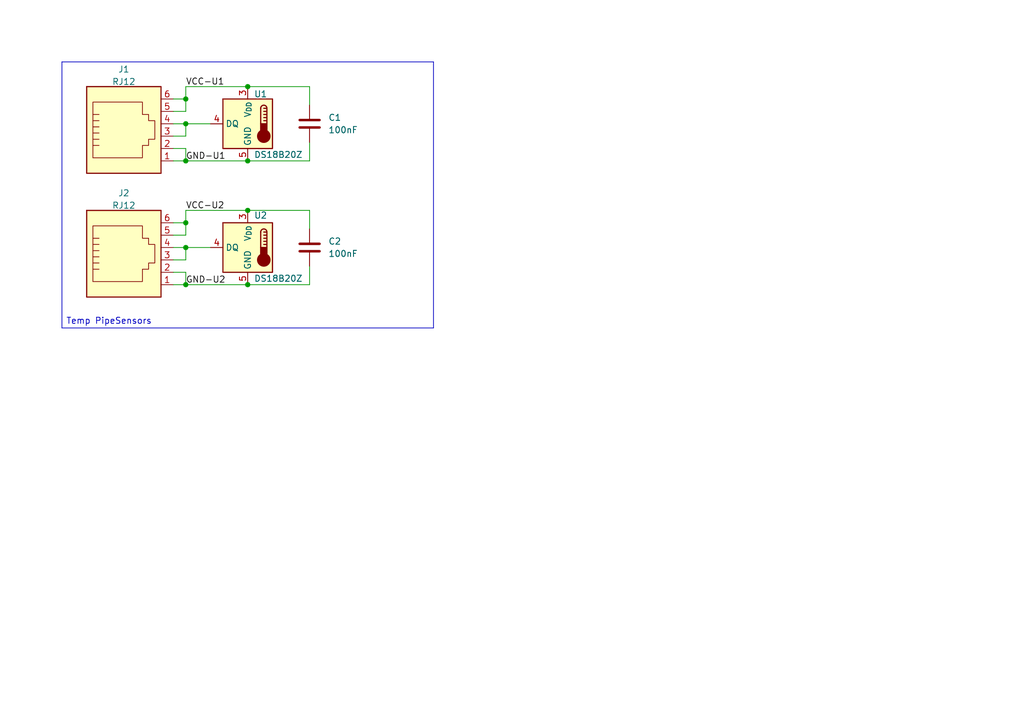
<source format=kicad_sch>
(kicad_sch (version 20231120) (generator "eeschema") (generator_version "8.0")
  (paper "A5")
  (title_block (title "NFH PipeSensors") (date "2024-04-17") (company "Research Group Energy Transition. Windesheim Univeristy of Applied Sciences") (comment 1 "Author: Bram Busch, Daan Tellegen") (comment 2 "Reviewed:"))
  (lib_symbols
    (symbol "Connector:RJ12" (pin_names (offset 1.016))
      (property "Reference" "J" (at -5.08 11.43 0))
      (property "Value" "RJ12" (at 2.54 11.43 0))
      (symbol "RJ12_0_1"
        (polyline (pts (xy -6.35 -1.905) (xy -5.08 -1.905) (xy -5.08 -1.905)))
        (polyline (pts (xy -6.35 -0.635) (xy -5.08 -0.635) (xy -5.08 -0.635)))
        (polyline (pts (xy -6.35 0.635) (xy -5.08 0.635) (xy -5.08 0.635)))
        (polyline (pts (xy -6.35 1.905) (xy -5.08 1.905) (xy -5.08 1.905)))
        (polyline (pts (xy -6.35 3.175) (xy -5.08 3.175) (xy -5.08 3.175)))
        (polyline (pts (xy -5.08 4.445) (xy -6.35 4.445) (xy -6.35 4.445)))
        (polyline (pts (xy -6.35 -4.445) (xy -6.35 6.985) (xy 3.81 6.985) (xy 3.81 4.445) (xy 5.08 4.445) (xy 5.08 3.175) (xy 6.35 3.175) (xy 6.35 -0.635) (xy 5.08 -0.635) (xy 5.08 -1.905) (xy 3.81 -1.905) (xy 3.81 -4.445) (xy -6.35 -4.445) (xy -6.35 -4.445)))
        (rectangle (start 7.62 10.16) (end -7.62 -7.62) (stroke (width 0.254)) (fill (type background)))
      )
      (symbol "RJ12_1_1"
        (pin passive line (at 10.16 -5.08 180) (length 2.54) (name "~") (number "1"))
        (pin passive line (at 10.16 -2.54 180) (length 2.54) (name "~") (number "2"))
        (pin passive line (at 10.16 0 180) (length 2.54) (name "~") (number "3"))
        (pin passive line (at 10.16 2.54 180) (length 2.54) (name "~") (number "4"))
        (pin passive line (at 10.16 5.08 180) (length 2.54) (name "~") (number "5"))
        (pin passive line (at 10.16 7.62 180) (length 2.54) (name "~") (number "6"))
      )
    )
    (symbol "Device:C" (pin_numbers hide) (pin_names (offset 0.254))
      (property "Reference" "C" (at 0.635 2.54 0))
      (property "Value" "C" (at 0.635 -2.54 0))
      (symbol "C_0_1"
        (polyline (pts (xy -2.032 -0.762) (xy 2.032 -0.762)) (stroke (width 0.508)))
        (polyline (pts (xy -2.032 0.762) (xy 2.032 0.762)) (stroke (width 0.508)))
      )
      (symbol "C_1_1"
        (pin passive line (at 0 3.81 270) (length 2.794) (name "~") (number "1"))
        (pin passive line (at 0 -3.81 90) (length 2.794) (name "~") (number "2"))
      )
    )
    (symbol "Sensor_Temperature:DS18B20Z"
      (property "Reference" "U" (at -3.81 6.35 0))
      (property "Value" "DS18B20Z" (at 5.08 6.35 0))
      (symbol "DS18B20Z_0_1"
        (rectangle (start -5.08 5.08) (end 5.08 -5.08) (stroke (width 0.254)) (fill (type background)))
        (circle (center -3.302 -2.54) (radius 1.27) (stroke (width 0.254)) (fill (type outline)))
        (rectangle (start -2.667 -1.905) (end -3.937 0) (stroke (width 0.254)) (fill (type outline)))
        (arc (start -2.667 3.175) (mid -3.302 3.8073) (end -3.937 3.175) (stroke (width 0.254)))
        (polyline (pts (xy -3.937 0.635) (xy -3.302 0.635)) (stroke (width 0.254)))
        (polyline (pts (xy -3.937 1.27) (xy -3.302 1.27)) (stroke (width 0.254)))
        (polyline (pts (xy -3.937 1.905) (xy -3.302 1.905)) (stroke (width 0.254)))
        (polyline (pts (xy -3.937 2.54) (xy -3.302 2.54)) (stroke (width 0.254)))
        (polyline (pts (xy -3.937 3.175) (xy -3.937 0)) (stroke (width 0.254)))
        (polyline (pts (xy -3.937 3.175) (xy -3.302 3.175)) (stroke (width 0.254)))
        (polyline (pts (xy -2.667 3.175) (xy -2.667 0)) (stroke (width 0.254)))
      )
      (symbol "DS18B20Z_1_1"
        (pin no_connect line (at -5.08 2.54 0) (length 2.54) hide (name "NC") (number "1"))
        (pin no_connect line (at -5.08 0 0) (length 2.54) hide (name "NC") (number "2"))
        (pin power_in line (at 0 7.62 270) (length 2.54) (name "V_{DD}") (number "3"))
        (pin bidirectional line (at 7.62 0 180) (length 2.54) (name "DQ") (number "4"))
        (pin power_in line (at 0 -7.62 90) (length 2.54) (name "GND") (number "5"))
        (pin no_connect line (at -5.08 -2.54 0) (length 2.54) hide (name "NC") (number "6"))
        (pin no_connect line (at 5.08 2.54 180) (length 2.54) hide (name "NC") (number "7"))
        (pin no_connect line (at 5.08 -2.54 180) (length 2.54) hide (name "NC") (number "8"))
      )
    )
  )
  (junction (at 38.1 50.8))
  (junction (at 50.8 17.78))
  (junction (at 38.1 45.72))
  (junction (at 50.8 33.02))
  (junction (at 38.1 20.32))
  (junction (at 38.1 58.42))
  (junction (at 38.1 25.4))
  (junction (at 50.8 58.42))
  (junction (at 38.1 33.02))
  (junction (at 50.8 43.18))
  (wire (pts (xy 50.8 17.78) (xy 63.5 17.78)))
  (wire (pts (xy 35.56 53.34) (xy 38.1 53.34)))
  (wire (pts (xy 35.56 48.26) (xy 38.1 48.26)))
  (wire (pts (xy 38.1 17.78) (xy 38.1 20.32)))
  (wire (pts (xy 35.56 20.32) (xy 38.1 20.32)))
  (wire (pts (xy 63.5 54.61) (xy 63.5 58.42)))
  (polyline (pts (xy 88.9 12.7) (xy 88.9 67.31)))
  (wire (pts (xy 38.1 27.94) (xy 38.1 25.4)))
  (polyline (pts (xy 12.7 67.31) (xy 88.9 67.31)))
  (wire (pts (xy 38.1 45.72) (xy 38.1 48.26)))
  (wire (pts (xy 38.1 55.88) (xy 38.1 58.42)))
  (wire (pts (xy 63.5 33.02) (xy 50.8 33.02)))
  (wire (pts (xy 35.56 30.48) (xy 38.1 30.48)))
  (wire (pts (xy 38.1 50.8) (xy 43.18 50.8)))
  (wire (pts (xy 38.1 43.18) (xy 38.1 45.72)))
  (wire (pts (xy 38.1 33.02) (xy 50.8 33.02)))
  (wire (pts (xy 38.1 53.34) (xy 38.1 50.8)))
  (polyline (pts (xy 12.7 67.31) (xy 12.7 12.7)))
  (wire (pts (xy 38.1 58.42) (xy 50.8 58.42)))
  (wire (pts (xy 35.56 58.42) (xy 38.1 58.42)))
  (wire (pts (xy 35.56 22.86) (xy 38.1 22.86)))
  (wire (pts (xy 38.1 20.32) (xy 38.1 22.86)))
  (wire (pts (xy 38.1 33.02) (xy 38.1 30.48)))
  (wire (pts (xy 50.8 17.78) (xy 38.1 17.78)))
  (wire (pts (xy 35.56 33.02) (xy 38.1 33.02)))
  (wire (pts (xy 35.56 55.88) (xy 38.1 55.88)))
  (wire (pts (xy 35.56 25.4) (xy 38.1 25.4)))
  (wire (pts (xy 35.56 27.94) (xy 38.1 27.94)))
  (wire (pts (xy 35.56 45.72) (xy 38.1 45.72)))
  (wire (pts (xy 63.5 43.18) (xy 63.5 46.99)))
  (wire (pts (xy 50.8 58.42) (xy 63.5 58.42)))
  (polyline (pts (xy 12.7 12.7) (xy 88.9 12.7)))
  (wire (pts (xy 38.1 43.18) (xy 50.8 43.18)))
  (wire (pts (xy 63.5 17.78) (xy 63.5 21.59)))
  (wire (pts (xy 63.5 29.21) (xy 63.5 33.02)))
  (wire (pts (xy 38.1 25.4) (xy 43.18 25.4)))
  (wire (pts (xy 35.56 50.8) (xy 38.1 50.8)))
  (wire (pts (xy 50.8 43.18) (xy 63.5 43.18)))
  (text "Temp PipeSensors" (at 22.352 66.04 0) (effects (font (size 1.27 1.27))))
  (label "VCC-U2" (at 38.1 43.18 0))
  (label "VCC-U1" (at 38.1 17.78 0))
  (label "GND-U1" (at 38.1 33.02 0))
  (label "GND-U2" (at 38.1 58.42 0))
  (symbol (lib_id "Sensor_Temperature:DS18B20Z") (at 50.8 25.4 0) (mirror y) (unit 1)
    (property "Reference" "U1" (at 52.07 19.304 0) (effects (justify right)))
    (property "Value" "DS18B20Z" (at 52.07 31.75 0) (effects (justify right)))
    (property "Footprint" "Package_SO:SOIC-8_3.9x4.9mm_P1.27mm" (effects (hide yes)))
    (property "Datasheet" "http://datasheets.maximintegrated.com/en/ds/DS18B20.pdf" (effects (hide yes)))
    (property "Description" "Programmable Resolution 1-Wire Digital Thermometer SOIC-8" (effects (hide yes)))
  )
  (symbol (lib_id "Connector:RJ12") (at 25.4 27.94 0) (unit 1)
    (property "Reference" "J1" (at 25.4 14.224 0))
    (property "Value" "RJ12" (at 25.4 16.764 0))
    (property "Footprint" "Connector_RJ:RJ25_Wayconn_MJEA-660X1_Horizontal" (effects (hide yes)))
    (property "Description" "RJ connector, 6P6C (6 positions 6 connected)" (effects (hide yes)))
  )
  (symbol (lib_id "Device:C") (at 63.5 25.4 0) (unit 1)
    (property "Reference" "C1" (at 67.31 24.1299 0) (effects (justify left)))
    (property "Value" "100nF" (at 67.31 26.6699 0) (effects (justify left)))
    (property "Footprint" "Capacitor_SMD:C_0805_2012Metric" (effects (hide yes)))
    (property "Description" "Unpolarized capacitor" (effects (hide yes)))
  )
  (symbol (lib_id "Device:C") (at 63.5 50.8 0) (unit 1)
    (property "Reference" "C2" (at 67.31 49.5299 0) (effects (justify left)))
    (property "Value" "100nF" (at 67.31 52.0699 0) (effects (justify left)))
    (property "Footprint" "Capacitor_SMD:C_0805_2012Metric" (effects (hide yes)))
    (property "Description" "Unpolarized capacitor" (effects (hide yes)))
  )
  (symbol (lib_id "Connector:RJ12") (at 25.4 53.34 0) (unit 1)
    (property "Reference" "J2" (at 25.4 39.624 0))
    (property "Value" "RJ12" (at 25.4 42.164 0))
    (property "Footprint" "Connector_RJ:RJ25_Wayconn_MJEA-660X1_Horizontal" (effects (hide yes)))
    (property "Description" "RJ connector, 6P6C (6 positions 6 connected)" (effects (hide yes)))
  )
  (symbol (lib_id "Sensor_Temperature:DS18B20Z") (at 50.8 50.8 0) (mirror y) (unit 1)
    (property "Reference" "U2" (at 52.07 44.196 0) (effects (justify right)))
    (property "Value" "DS18B20Z" (at 52.07 57.15 0) (effects (justify right)))
    (property "Footprint" "Package_SO:SOIC-8_3.9x4.9mm_P1.27mm" (effects (hide yes)))
    (property "Datasheet" "http://datasheets.maximintegrated.com/en/ds/DS18B20.pdf" (effects (hide yes)))
    (property "Description" "Programmable Resolution 1-Wire Digital Thermometer SOIC-8" (effects (hide yes)))
  )
)
</source>
